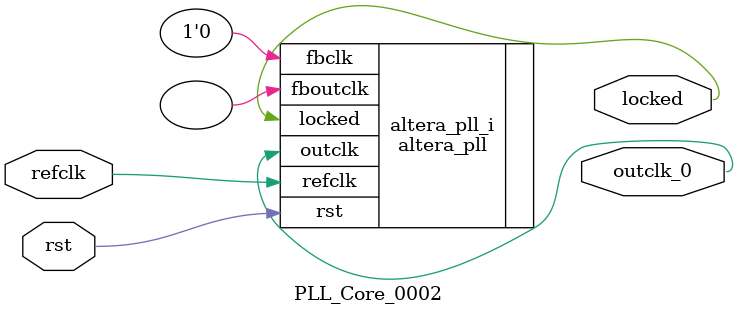
<source format=v>

`timescale 1ns/10ps
module  PLL_Core_0002(

	// interface 'refclk'
	input wire refclk,

	// interface 'reset'
	input wire rst,

	// interface 'outclk0'
	output wire outclk_0,

	// interface 'locked'
	output wire locked
);

	altera_pll #(
		.fractional_vco_multiplier("true"),
		.reference_clock_frequency("74.0 MHz"),
		.operation_mode("direct"),
		.number_of_clocks(1),
		.output_clock_frequency0("50.000000 MHz"),
		.phase_shift0("0 ps"),
		.duty_cycle0(50),
		.output_clock_frequency1("0 MHz"),
		.phase_shift1("0 ps"),
		.duty_cycle1(50),
		.output_clock_frequency2("0 MHz"),
		.phase_shift2("0 ps"),
		.duty_cycle2(50),
		.output_clock_frequency3("0 MHz"),
		.phase_shift3("0 ps"),
		.duty_cycle3(50),
		.output_clock_frequency4("0 MHz"),
		.phase_shift4("0 ps"),
		.duty_cycle4(50),
		.output_clock_frequency5("0 MHz"),
		.phase_shift5("0 ps"),
		.duty_cycle5(50),
		.output_clock_frequency6("0 MHz"),
		.phase_shift6("0 ps"),
		.duty_cycle6(50),
		.output_clock_frequency7("0 MHz"),
		.phase_shift7("0 ps"),
		.duty_cycle7(50),
		.output_clock_frequency8("0 MHz"),
		.phase_shift8("0 ps"),
		.duty_cycle8(50),
		.output_clock_frequency9("0 MHz"),
		.phase_shift9("0 ps"),
		.duty_cycle9(50),
		.output_clock_frequency10("0 MHz"),
		.phase_shift10("0 ps"),
		.duty_cycle10(50),
		.output_clock_frequency11("0 MHz"),
		.phase_shift11("0 ps"),
		.duty_cycle11(50),
		.output_clock_frequency12("0 MHz"),
		.phase_shift12("0 ps"),
		.duty_cycle12(50),
		.output_clock_frequency13("0 MHz"),
		.phase_shift13("0 ps"),
		.duty_cycle13(50),
		.output_clock_frequency14("0 MHz"),
		.phase_shift14("0 ps"),
		.duty_cycle14(50),
		.output_clock_frequency15("0 MHz"),
		.phase_shift15("0 ps"),
		.duty_cycle15(50),
		.output_clock_frequency16("0 MHz"),
		.phase_shift16("0 ps"),
		.duty_cycle16(50),
		.output_clock_frequency17("0 MHz"),
		.phase_shift17("0 ps"),
		.duty_cycle17(50),
		.pll_type("General"),
		.pll_subtype("General")
	) altera_pll_i (
		.rst	(rst),
		.outclk	({outclk_0}),
		.locked	(locked),
		.fboutclk	( ),
		.fbclk	(1'b0),
		.refclk	(refclk)
	);
endmodule


</source>
